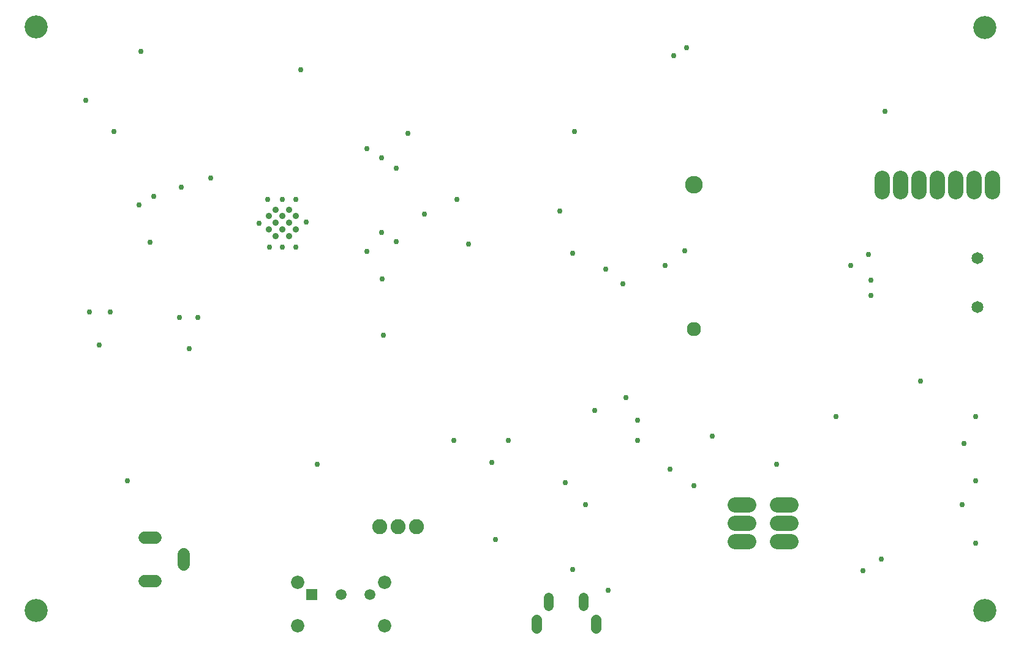
<source format=gbr>
G04 EAGLE Gerber RS-274X export*
G75*
%MOMM*%
%FSLAX34Y34*%
%LPD*%
%INSoldermask Bottom*%
%IPPOS*%
%AMOC8*
5,1,8,0,0,1.08239X$1,22.5*%
G01*
%ADD10C,3.203200*%
%ADD11C,0.911200*%
%ADD12C,1.958200*%
%ADD13C,2.453200*%
%ADD14C,1.651000*%
%ADD15C,2.082800*%
%ADD16C,1.361200*%
%ADD17C,1.411200*%
%ADD18C,2.082800*%
%ADD19C,1.711200*%
%ADD20C,1.838200*%
%ADD21R,1.501200X1.501200*%
%ADD22C,1.501200*%
%ADD23C,0.762000*%


D10*
X1352550Y847090D03*
X1352550Y40640D03*
X40640Y848360D03*
X40640Y40640D03*
D11*
X371985Y595390D03*
X390335Y595390D03*
X362810Y586215D03*
X381160Y586215D03*
X399510Y586215D03*
X371985Y577040D03*
X390335Y577040D03*
X362810Y567865D03*
X381160Y567865D03*
X399510Y567865D03*
X371985Y558690D03*
X390335Y558690D03*
D12*
X949960Y429590D03*
D13*
X949960Y629590D03*
D14*
X1342390Y460248D03*
X1342390Y528320D03*
D15*
X1210310Y620522D02*
X1210310Y639318D01*
X1235710Y639318D02*
X1235710Y620522D01*
X1261110Y620522D02*
X1261110Y639318D01*
X1286510Y639318D02*
X1286510Y620522D01*
X1311910Y620522D02*
X1311910Y639318D01*
X1337310Y639318D02*
X1337310Y620522D01*
X1362710Y620522D02*
X1362710Y639318D01*
D16*
X749180Y58180D02*
X749180Y46600D01*
X797680Y46600D02*
X797680Y58180D01*
D17*
X814430Y27630D02*
X814430Y15550D01*
X732430Y15550D02*
X732430Y27630D01*
D15*
X1065022Y135890D02*
X1083818Y135890D01*
X1083818Y161290D02*
X1065022Y161290D01*
X1065022Y186690D02*
X1083818Y186690D01*
X1025398Y135890D02*
X1006602Y135890D01*
X1006602Y161290D02*
X1025398Y161290D01*
X1025398Y186690D02*
X1006602Y186690D01*
D18*
X515620Y156210D03*
X541020Y156210D03*
X566420Y156210D03*
D19*
X205660Y141200D02*
X190580Y141200D01*
X190580Y81200D02*
X205660Y81200D01*
X245120Y103660D02*
X245120Y118740D01*
D20*
X402280Y19530D03*
X522280Y19530D03*
X522280Y79530D03*
X402280Y79530D03*
D21*
X422280Y62030D03*
D22*
X462280Y62030D03*
X502280Y62030D03*
D23*
X360680Y609600D03*
X381000Y609600D03*
X400050Y609600D03*
X414020Y577850D03*
X400050Y543560D03*
X381000Y543560D03*
X363220Y543560D03*
X349250Y576580D03*
X1320800Y186690D03*
X1323340Y271780D03*
X764540Y593090D03*
X831850Y68580D03*
X143510Y453390D03*
X114300Y453390D03*
X281940Y639340D03*
X638810Y547370D03*
X939800Y819150D03*
X782320Y97070D03*
X1214120Y731520D03*
X1263650Y358140D03*
X1146810Y308610D03*
X1339850Y133350D03*
X1339850Y219710D03*
X1339850Y308610D03*
X675640Y138430D03*
X241935Y626745D03*
X238760Y445770D03*
X252730Y402590D03*
X618490Y275590D03*
X693420Y275590D03*
X872490Y275590D03*
X1064260Y242570D03*
X872490Y303530D03*
X975360Y281940D03*
X203200Y613410D03*
X185420Y814070D03*
X922295Y808715D03*
X198120Y549910D03*
X828040Y513080D03*
X1195070Y497840D03*
X497840Y537210D03*
X497840Y679450D03*
X937260Y538480D03*
X1191260Y533400D03*
X518160Y563880D03*
X518160Y666750D03*
X910590Y518160D03*
X1167130Y518160D03*
X1195070Y476250D03*
X852170Y492760D03*
X538480Y652780D03*
X538480Y551180D03*
X1209040Y111760D03*
X812800Y317500D03*
X855980Y335280D03*
X1183640Y95250D03*
X949960Y213360D03*
X916940Y236220D03*
X622300Y609600D03*
X577850Y589280D03*
X429260Y242570D03*
X128270Y407670D03*
X784860Y703580D03*
X670560Y245110D03*
X182880Y601980D03*
X109220Y746760D03*
X148590Y703580D03*
X519430Y499110D03*
X554990Y701040D03*
X520700Y421640D03*
X264160Y445770D03*
X406400Y788670D03*
X800100Y186690D03*
X772160Y217170D03*
X782320Y534670D03*
X167365Y219985D03*
M02*

</source>
